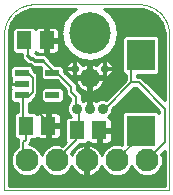
<source format=gtl>
G75*
%MOIN*%
%OFA0B0*%
%FSLAX25Y25*%
%IPPOS*%
%LPD*%
%AMOC8*
5,1,8,0,0,1.08239X$1,22.5*
%
%ADD10C,0.00000*%
%ADD11R,0.05118X0.05906*%
%ADD12R,0.04724X0.02165*%
%ADD13C,0.07600*%
%ADD14C,0.13843*%
%ADD15C,0.03543*%
%ADD16C,0.02756*%
%ADD17C,0.06614*%
%ADD18R,0.09449X0.10236*%
%ADD19C,0.00800*%
%ADD20C,0.01000*%
%ADD21C,0.00600*%
%ADD22C,0.01200*%
D10*
X0001802Y0001500D02*
X0056802Y0001500D01*
X0056802Y0053500D01*
X0056799Y0053742D01*
X0056790Y0053983D01*
X0056776Y0054224D01*
X0056755Y0054465D01*
X0056729Y0054705D01*
X0056697Y0054945D01*
X0056659Y0055184D01*
X0056616Y0055421D01*
X0056566Y0055658D01*
X0056511Y0055893D01*
X0056451Y0056127D01*
X0056384Y0056359D01*
X0056313Y0056590D01*
X0056235Y0056819D01*
X0056152Y0057046D01*
X0056064Y0057271D01*
X0055970Y0057494D01*
X0055871Y0057714D01*
X0055766Y0057932D01*
X0055657Y0058147D01*
X0055542Y0058360D01*
X0055422Y0058570D01*
X0055297Y0058776D01*
X0055167Y0058980D01*
X0055032Y0059181D01*
X0054892Y0059378D01*
X0054748Y0059572D01*
X0054599Y0059762D01*
X0054445Y0059948D01*
X0054287Y0060131D01*
X0054125Y0060310D01*
X0053958Y0060485D01*
X0053787Y0060656D01*
X0053612Y0060823D01*
X0053433Y0060985D01*
X0053250Y0061143D01*
X0053064Y0061297D01*
X0052874Y0061446D01*
X0052680Y0061590D01*
X0052483Y0061730D01*
X0052282Y0061865D01*
X0052078Y0061995D01*
X0051872Y0062120D01*
X0051662Y0062240D01*
X0051449Y0062355D01*
X0051234Y0062464D01*
X0051016Y0062569D01*
X0050796Y0062668D01*
X0050573Y0062762D01*
X0050348Y0062850D01*
X0050121Y0062933D01*
X0049892Y0063011D01*
X0049661Y0063082D01*
X0049429Y0063149D01*
X0049195Y0063209D01*
X0048960Y0063264D01*
X0048723Y0063314D01*
X0048486Y0063357D01*
X0048247Y0063395D01*
X0048007Y0063427D01*
X0047767Y0063453D01*
X0047526Y0063474D01*
X0047285Y0063488D01*
X0047044Y0063497D01*
X0046802Y0063500D01*
X0011802Y0063500D01*
X0011560Y0063497D01*
X0011319Y0063488D01*
X0011078Y0063474D01*
X0010837Y0063453D01*
X0010597Y0063427D01*
X0010357Y0063395D01*
X0010118Y0063357D01*
X0009881Y0063314D01*
X0009644Y0063264D01*
X0009409Y0063209D01*
X0009175Y0063149D01*
X0008943Y0063082D01*
X0008712Y0063011D01*
X0008483Y0062933D01*
X0008256Y0062850D01*
X0008031Y0062762D01*
X0007808Y0062668D01*
X0007588Y0062569D01*
X0007370Y0062464D01*
X0007155Y0062355D01*
X0006942Y0062240D01*
X0006732Y0062120D01*
X0006526Y0061995D01*
X0006322Y0061865D01*
X0006121Y0061730D01*
X0005924Y0061590D01*
X0005730Y0061446D01*
X0005540Y0061297D01*
X0005354Y0061143D01*
X0005171Y0060985D01*
X0004992Y0060823D01*
X0004817Y0060656D01*
X0004646Y0060485D01*
X0004479Y0060310D01*
X0004317Y0060131D01*
X0004159Y0059948D01*
X0004005Y0059762D01*
X0003856Y0059572D01*
X0003712Y0059378D01*
X0003572Y0059181D01*
X0003437Y0058980D01*
X0003307Y0058776D01*
X0003182Y0058570D01*
X0003062Y0058360D01*
X0002947Y0058147D01*
X0002838Y0057932D01*
X0002733Y0057714D01*
X0002634Y0057494D01*
X0002540Y0057271D01*
X0002452Y0057046D01*
X0002369Y0056819D01*
X0002291Y0056590D01*
X0002220Y0056359D01*
X0002153Y0056127D01*
X0002093Y0055893D01*
X0002038Y0055658D01*
X0001988Y0055421D01*
X0001945Y0055184D01*
X0001907Y0054945D01*
X0001875Y0054705D01*
X0001849Y0054465D01*
X0001828Y0054224D01*
X0001814Y0053983D01*
X0001805Y0053742D01*
X0001802Y0053500D01*
X0001802Y0001500D01*
X0028629Y0039000D02*
X0028631Y0039081D01*
X0028637Y0039163D01*
X0028647Y0039244D01*
X0028661Y0039324D01*
X0028678Y0039403D01*
X0028700Y0039482D01*
X0028725Y0039559D01*
X0028754Y0039636D01*
X0028787Y0039710D01*
X0028824Y0039783D01*
X0028863Y0039854D01*
X0028907Y0039923D01*
X0028953Y0039990D01*
X0029003Y0040054D01*
X0029056Y0040116D01*
X0029112Y0040176D01*
X0029170Y0040232D01*
X0029232Y0040286D01*
X0029296Y0040337D01*
X0029362Y0040384D01*
X0029430Y0040428D01*
X0029501Y0040469D01*
X0029573Y0040506D01*
X0029648Y0040540D01*
X0029723Y0040570D01*
X0029801Y0040596D01*
X0029879Y0040619D01*
X0029958Y0040637D01*
X0030038Y0040652D01*
X0030119Y0040663D01*
X0030200Y0040670D01*
X0030282Y0040673D01*
X0030363Y0040672D01*
X0030444Y0040667D01*
X0030525Y0040658D01*
X0030606Y0040645D01*
X0030686Y0040628D01*
X0030764Y0040608D01*
X0030842Y0040583D01*
X0030919Y0040555D01*
X0030994Y0040523D01*
X0031067Y0040488D01*
X0031138Y0040449D01*
X0031208Y0040406D01*
X0031275Y0040361D01*
X0031341Y0040312D01*
X0031403Y0040260D01*
X0031463Y0040204D01*
X0031520Y0040146D01*
X0031575Y0040086D01*
X0031626Y0040022D01*
X0031674Y0039957D01*
X0031719Y0039889D01*
X0031761Y0039819D01*
X0031799Y0039747D01*
X0031834Y0039673D01*
X0031865Y0039598D01*
X0031892Y0039521D01*
X0031915Y0039443D01*
X0031935Y0039364D01*
X0031951Y0039284D01*
X0031963Y0039203D01*
X0031971Y0039122D01*
X0031975Y0039041D01*
X0031975Y0038959D01*
X0031971Y0038878D01*
X0031963Y0038797D01*
X0031951Y0038716D01*
X0031935Y0038636D01*
X0031915Y0038557D01*
X0031892Y0038479D01*
X0031865Y0038402D01*
X0031834Y0038327D01*
X0031799Y0038253D01*
X0031761Y0038181D01*
X0031719Y0038111D01*
X0031674Y0038043D01*
X0031626Y0037978D01*
X0031575Y0037914D01*
X0031520Y0037854D01*
X0031463Y0037796D01*
X0031403Y0037740D01*
X0031341Y0037688D01*
X0031275Y0037639D01*
X0031208Y0037594D01*
X0031139Y0037551D01*
X0031067Y0037512D01*
X0030994Y0037477D01*
X0030919Y0037445D01*
X0030842Y0037417D01*
X0030764Y0037392D01*
X0030686Y0037372D01*
X0030606Y0037355D01*
X0030525Y0037342D01*
X0030444Y0037333D01*
X0030363Y0037328D01*
X0030282Y0037327D01*
X0030200Y0037330D01*
X0030119Y0037337D01*
X0030038Y0037348D01*
X0029958Y0037363D01*
X0029879Y0037381D01*
X0029801Y0037404D01*
X0029723Y0037430D01*
X0029648Y0037460D01*
X0029573Y0037494D01*
X0029501Y0037531D01*
X0029430Y0037572D01*
X0029362Y0037616D01*
X0029296Y0037663D01*
X0029232Y0037714D01*
X0029170Y0037768D01*
X0029112Y0037824D01*
X0029056Y0037884D01*
X0029003Y0037946D01*
X0028953Y0038010D01*
X0028907Y0038077D01*
X0028863Y0038146D01*
X0028824Y0038217D01*
X0028787Y0038290D01*
X0028754Y0038364D01*
X0028725Y0038441D01*
X0028700Y0038518D01*
X0028678Y0038597D01*
X0028661Y0038676D01*
X0028647Y0038756D01*
X0028637Y0038837D01*
X0028631Y0038919D01*
X0028629Y0039000D01*
D11*
X0016042Y0051500D03*
X0008562Y0051500D03*
X0009062Y0023000D03*
X0016542Y0023000D03*
X0026062Y0021500D03*
X0033542Y0021500D03*
D12*
X0017920Y0033260D03*
X0017920Y0040740D03*
X0007683Y0040740D03*
X0007683Y0037000D03*
X0007683Y0033260D03*
D13*
X0009302Y0011500D03*
X0019302Y0011500D03*
X0029302Y0011500D03*
X0039302Y0011500D03*
X0049302Y0011500D03*
D14*
X0030302Y0054000D03*
D15*
X0030302Y0028685D03*
X0025971Y0028685D03*
X0034633Y0028685D03*
D16*
X0035302Y0042110D03*
X0025302Y0042110D03*
D17*
X0030302Y0039000D03*
D18*
X0047302Y0046598D03*
X0047302Y0021402D03*
D19*
X0046602Y0020700D01*
X0046602Y0019100D01*
X0039402Y0011900D01*
X0039302Y0011500D01*
X0049302Y0011500D02*
X0049802Y0011900D01*
X0055402Y0017500D01*
X0055402Y0028700D01*
X0046602Y0037500D01*
X0044202Y0037500D01*
X0044202Y0043900D01*
X0046602Y0046300D01*
X0047302Y0046598D01*
X0044202Y0037500D02*
X0035402Y0028700D01*
X0034633Y0028685D01*
X0026602Y0027900D02*
X0026602Y0021500D01*
X0026062Y0021500D01*
X0025802Y0021500D01*
X0025802Y0018300D01*
X0019402Y0011900D01*
X0019302Y0011500D01*
X0009302Y0011500D02*
X0009002Y0011900D01*
X0008202Y0012700D01*
X0008202Y0017500D01*
X0009002Y0018300D01*
X0009002Y0022300D01*
X0009062Y0023000D01*
X0009002Y0023100D01*
X0008202Y0023900D01*
X0008202Y0032700D01*
X0007683Y0033260D01*
X0008202Y0032700D02*
X0009802Y0032700D01*
X0011402Y0034300D01*
X0011402Y0039100D01*
X0009802Y0040700D01*
X0008202Y0040700D01*
X0007683Y0040740D01*
X0009802Y0046300D02*
X0009802Y0050300D01*
X0009002Y0051100D01*
X0008562Y0051500D01*
X0014602Y0044700D02*
X0017802Y0041500D01*
X0017920Y0040740D01*
X0018602Y0040700D01*
X0019402Y0040700D01*
X0024202Y0035900D01*
X0024202Y0034300D01*
X0025802Y0032700D01*
X0025802Y0028700D01*
X0025971Y0028685D01*
X0026602Y0027900D01*
D20*
X0024077Y0025953D02*
X0022881Y0025953D01*
X0022003Y0025074D01*
X0022003Y0017926D01*
X0022372Y0017557D01*
X0021246Y0016431D01*
X0020356Y0016800D01*
X0018248Y0016800D01*
X0016300Y0015993D01*
X0014809Y0014502D01*
X0014302Y0013278D01*
X0013795Y0014502D01*
X0012304Y0015993D01*
X0010356Y0016800D01*
X0010189Y0016800D01*
X0010902Y0017513D01*
X0010902Y0018547D01*
X0012242Y0018547D01*
X0012802Y0019107D01*
X0013062Y0018847D01*
X0013404Y0018649D01*
X0013786Y0018547D01*
X0016042Y0018547D01*
X0016042Y0022500D01*
X0017042Y0022500D01*
X0017042Y0018547D01*
X0019299Y0018547D01*
X0019680Y0018649D01*
X0020022Y0018847D01*
X0020301Y0019126D01*
X0020499Y0019468D01*
X0020601Y0019850D01*
X0020601Y0022500D01*
X0017042Y0022500D01*
X0017042Y0023500D01*
X0016042Y0023500D01*
X0016042Y0027453D01*
X0013786Y0027453D01*
X0013404Y0027351D01*
X0013062Y0027153D01*
X0012802Y0026893D01*
X0012242Y0027453D01*
X0010102Y0027453D01*
X0010102Y0030677D01*
X0010667Y0030677D01*
X0011546Y0031556D01*
X0011546Y0031757D01*
X0011702Y0031913D01*
X0013302Y0033513D01*
X0013302Y0039887D01*
X0012189Y0041000D01*
X0011546Y0041643D01*
X0011546Y0042444D01*
X0011390Y0042600D01*
X0014015Y0042600D01*
X0014115Y0042500D01*
X0014058Y0042444D01*
X0014058Y0039036D01*
X0014937Y0038157D01*
X0019258Y0038157D01*
X0022302Y0035113D01*
X0022302Y0033513D01*
X0023902Y0031913D01*
X0023902Y0031243D01*
X0023198Y0030538D01*
X0022700Y0029336D01*
X0022700Y0028034D01*
X0023198Y0026832D01*
X0024077Y0025953D01*
X0023567Y0026463D02*
X0020517Y0026463D01*
X0020499Y0026532D02*
X0020301Y0026874D01*
X0020022Y0027153D01*
X0019680Y0027351D01*
X0019299Y0027453D01*
X0017042Y0027453D01*
X0017042Y0023500D01*
X0020601Y0023500D01*
X0020601Y0026150D01*
X0020499Y0026532D01*
X0020601Y0025464D02*
X0022393Y0025464D01*
X0022003Y0024466D02*
X0020601Y0024466D01*
X0022003Y0023467D02*
X0017042Y0023467D01*
X0017042Y0022469D02*
X0016042Y0022469D01*
X0016042Y0021470D02*
X0017042Y0021470D01*
X0017042Y0020472D02*
X0016042Y0020472D01*
X0016042Y0019473D02*
X0017042Y0019473D01*
X0017470Y0016478D02*
X0011134Y0016478D01*
X0010865Y0017476D02*
X0022291Y0017476D01*
X0022003Y0018475D02*
X0010902Y0018475D01*
X0012818Y0015479D02*
X0015786Y0015479D01*
X0014800Y0014481D02*
X0013804Y0014481D01*
X0014218Y0013482D02*
X0014386Y0013482D01*
X0014302Y0009722D02*
X0014809Y0008498D01*
X0016300Y0007007D01*
X0018248Y0006200D01*
X0020356Y0006200D01*
X0022304Y0007007D01*
X0023795Y0008498D01*
X0024305Y0009728D01*
X0024390Y0009466D01*
X0024769Y0008722D01*
X0025259Y0008047D01*
X0025849Y0007457D01*
X0026524Y0006967D01*
X0027267Y0006588D01*
X0028061Y0006330D01*
X0028818Y0006211D01*
X0028818Y0011016D01*
X0029786Y0011016D01*
X0029786Y0006211D01*
X0030543Y0006330D01*
X0031336Y0006588D01*
X0032080Y0006967D01*
X0032755Y0007457D01*
X0033345Y0008047D01*
X0033835Y0008722D01*
X0034214Y0009466D01*
X0034299Y0009728D01*
X0034809Y0008498D01*
X0036300Y0007007D01*
X0038248Y0006200D01*
X0040356Y0006200D01*
X0042304Y0007007D01*
X0043795Y0008498D01*
X0044302Y0009722D01*
X0044809Y0008498D01*
X0046300Y0007007D01*
X0048248Y0006200D01*
X0050356Y0006200D01*
X0052304Y0007007D01*
X0053795Y0008498D01*
X0054602Y0010446D01*
X0054602Y0012554D01*
X0054175Y0013586D01*
X0055302Y0014713D01*
X0055302Y0003000D01*
X0003302Y0003000D01*
X0003302Y0053500D01*
X0003407Y0054830D01*
X0004228Y0057359D01*
X0005792Y0059510D01*
X0007943Y0061074D01*
X0010472Y0061895D01*
X0011802Y0062000D01*
X0025615Y0062000D01*
X0023629Y0060673D01*
X0021583Y0057611D01*
X0020865Y0054000D01*
X0021583Y0050389D01*
X0023629Y0047327D01*
X0026691Y0045281D01*
X0030302Y0044563D01*
X0033913Y0045281D01*
X0036975Y0047327D01*
X0039021Y0050389D01*
X0039739Y0054000D01*
X0039021Y0057611D01*
X0036975Y0060673D01*
X0034989Y0062000D01*
X0046802Y0062000D01*
X0048132Y0061895D01*
X0050661Y0061074D01*
X0052812Y0059510D01*
X0054376Y0057359D01*
X0055197Y0054830D01*
X0055302Y0053500D01*
X0055302Y0031487D01*
X0048502Y0038287D01*
X0047389Y0039400D01*
X0046102Y0039400D01*
X0046102Y0039980D01*
X0052648Y0039980D01*
X0053526Y0040859D01*
X0053526Y0052338D01*
X0052648Y0053217D01*
X0041956Y0053217D01*
X0041078Y0052338D01*
X0041078Y0040859D01*
X0041956Y0039980D01*
X0042302Y0039980D01*
X0042302Y0038287D01*
X0035770Y0031755D01*
X0035283Y0031957D01*
X0033982Y0031957D01*
X0032779Y0031459D01*
X0032467Y0031146D01*
X0032388Y0031226D01*
X0031852Y0031584D01*
X0031256Y0031831D01*
X0030688Y0031944D01*
X0030688Y0029071D01*
X0029916Y0029071D01*
X0029916Y0031944D01*
X0029348Y0031831D01*
X0028752Y0031584D01*
X0028216Y0031226D01*
X0028137Y0031146D01*
X0027825Y0031459D01*
X0027702Y0031509D01*
X0027702Y0033487D01*
X0026102Y0035087D01*
X0026102Y0036654D01*
X0026191Y0036481D01*
X0026635Y0035868D01*
X0027170Y0035333D01*
X0027783Y0034889D01*
X0028457Y0034545D01*
X0029176Y0034311D01*
X0029802Y0034212D01*
X0029802Y0035827D01*
X0030802Y0035827D01*
X0030802Y0034212D01*
X0031428Y0034311D01*
X0032147Y0034545D01*
X0032821Y0034889D01*
X0033434Y0035333D01*
X0033969Y0035868D01*
X0034413Y0036481D01*
X0034757Y0037155D01*
X0034991Y0037874D01*
X0035090Y0038500D01*
X0033475Y0038500D01*
X0033475Y0039500D01*
X0034083Y0039500D01*
X0034463Y0039343D01*
X0035019Y0039232D01*
X0035113Y0039232D01*
X0035113Y0041921D01*
X0035491Y0041921D01*
X0035491Y0039232D01*
X0035585Y0039232D01*
X0036141Y0039343D01*
X0036665Y0039560D01*
X0037137Y0039875D01*
X0037537Y0040276D01*
X0037852Y0040747D01*
X0038069Y0041271D01*
X0038180Y0041827D01*
X0038180Y0041921D01*
X0035491Y0041921D01*
X0035491Y0042299D01*
X0038180Y0042299D01*
X0038180Y0042394D01*
X0038069Y0042950D01*
X0037852Y0043473D01*
X0037537Y0043945D01*
X0037137Y0044346D01*
X0036665Y0044661D01*
X0036141Y0044878D01*
X0035585Y0044988D01*
X0035491Y0044988D01*
X0035491Y0042299D01*
X0035113Y0042299D01*
X0035113Y0044988D01*
X0035019Y0044988D01*
X0034463Y0044878D01*
X0033939Y0044661D01*
X0033467Y0044346D01*
X0033067Y0043945D01*
X0032752Y0043473D01*
X0032640Y0043204D01*
X0032147Y0043455D01*
X0031428Y0043689D01*
X0030802Y0043788D01*
X0030802Y0042173D01*
X0029802Y0042173D01*
X0029802Y0043788D01*
X0029176Y0043689D01*
X0028457Y0043455D01*
X0027964Y0043204D01*
X0027852Y0043473D01*
X0027537Y0043945D01*
X0027137Y0044346D01*
X0026665Y0044661D01*
X0026141Y0044878D01*
X0025585Y0044988D01*
X0025491Y0044988D01*
X0025491Y0042299D01*
X0025113Y0042299D01*
X0025113Y0041921D01*
X0025491Y0041921D01*
X0025491Y0039232D01*
X0025585Y0039232D01*
X0026141Y0039343D01*
X0026521Y0039500D01*
X0027129Y0039500D01*
X0027129Y0038500D01*
X0025514Y0038500D01*
X0025613Y0037874D01*
X0025847Y0037155D01*
X0026068Y0036721D01*
X0024989Y0037800D01*
X0021783Y0041006D01*
X0021783Y0042444D01*
X0020904Y0043323D01*
X0018666Y0043323D01*
X0016702Y0045287D01*
X0016702Y0045570D01*
X0015472Y0046800D01*
X0012847Y0046800D01*
X0012324Y0047323D01*
X0012018Y0047323D01*
X0012302Y0047607D01*
X0012562Y0047347D01*
X0012904Y0047149D01*
X0013286Y0047047D01*
X0015542Y0047047D01*
X0015542Y0051000D01*
X0016542Y0051000D01*
X0016542Y0047047D01*
X0018799Y0047047D01*
X0019180Y0047149D01*
X0019522Y0047347D01*
X0019801Y0047626D01*
X0019999Y0047968D01*
X0020101Y0048350D01*
X0020101Y0051000D01*
X0016542Y0051000D01*
X0016542Y0052000D01*
X0015542Y0052000D01*
X0015542Y0055953D01*
X0013286Y0055953D01*
X0012904Y0055851D01*
X0012562Y0055653D01*
X0012302Y0055393D01*
X0011742Y0055953D01*
X0005381Y0055953D01*
X0004503Y0055074D01*
X0004503Y0047926D01*
X0005381Y0047047D01*
X0007702Y0047047D01*
X0007702Y0045430D01*
X0009809Y0043323D01*
X0004700Y0043323D01*
X0003821Y0042444D01*
X0003821Y0039036D01*
X0004023Y0038834D01*
X0003924Y0038662D01*
X0003821Y0038280D01*
X0003821Y0037041D01*
X0007642Y0037041D01*
X0007642Y0036959D01*
X0003821Y0036959D01*
X0003821Y0035720D01*
X0003924Y0035338D01*
X0004023Y0035166D01*
X0003821Y0034964D01*
X0003821Y0031556D01*
X0004700Y0030677D01*
X0006302Y0030677D01*
X0006302Y0027453D01*
X0005881Y0027453D01*
X0005003Y0026574D01*
X0005003Y0019426D01*
X0005881Y0018547D01*
X0006562Y0018547D01*
X0006302Y0018287D01*
X0006302Y0015994D01*
X0006300Y0015993D01*
X0004809Y0014502D01*
X0004002Y0012554D01*
X0004002Y0010446D01*
X0004809Y0008498D01*
X0006300Y0007007D01*
X0008248Y0006200D01*
X0010356Y0006200D01*
X0012304Y0007007D01*
X0013795Y0008498D01*
X0014302Y0009722D01*
X0014205Y0009488D02*
X0014399Y0009488D01*
X0014817Y0008490D02*
X0013787Y0008490D01*
X0012788Y0007491D02*
X0015816Y0007491D01*
X0017541Y0006493D02*
X0011063Y0006493D01*
X0007541Y0006493D02*
X0003302Y0006493D01*
X0003302Y0005494D02*
X0055302Y0005494D01*
X0055302Y0006493D02*
X0051063Y0006493D01*
X0052788Y0007491D02*
X0055302Y0007491D01*
X0055302Y0008490D02*
X0053787Y0008490D01*
X0054205Y0009488D02*
X0055302Y0009488D01*
X0055302Y0010487D02*
X0054602Y0010487D01*
X0054602Y0011485D02*
X0055302Y0011485D01*
X0055302Y0012484D02*
X0054602Y0012484D01*
X0054218Y0013482D02*
X0055302Y0013482D01*
X0055302Y0014481D02*
X0055070Y0014481D01*
X0047541Y0006493D02*
X0041063Y0006493D01*
X0042788Y0007491D02*
X0045816Y0007491D01*
X0044817Y0008490D02*
X0043787Y0008490D01*
X0044205Y0009488D02*
X0044399Y0009488D01*
X0041078Y0016501D02*
X0040356Y0016800D01*
X0038248Y0016800D01*
X0036300Y0015993D01*
X0034809Y0014502D01*
X0034299Y0013272D01*
X0034214Y0013534D01*
X0033835Y0014278D01*
X0033345Y0014953D01*
X0032755Y0015543D01*
X0032080Y0016033D01*
X0031336Y0016412D01*
X0030543Y0016669D01*
X0029786Y0016789D01*
X0029786Y0011984D01*
X0028818Y0011984D01*
X0028818Y0016789D01*
X0028061Y0016669D01*
X0027267Y0016412D01*
X0026524Y0016033D01*
X0025849Y0015543D01*
X0025259Y0014953D01*
X0024769Y0014278D01*
X0024390Y0013534D01*
X0024305Y0013272D01*
X0024058Y0013869D01*
X0027236Y0017047D01*
X0029242Y0017047D01*
X0029802Y0017607D01*
X0030062Y0017347D01*
X0030404Y0017149D01*
X0030786Y0017047D01*
X0033042Y0017047D01*
X0033042Y0021000D01*
X0034042Y0021000D01*
X0034042Y0017047D01*
X0036299Y0017047D01*
X0036680Y0017149D01*
X0037022Y0017347D01*
X0037301Y0017626D01*
X0037499Y0017968D01*
X0037601Y0018350D01*
X0037601Y0021000D01*
X0034042Y0021000D01*
X0034042Y0022000D01*
X0037601Y0022000D01*
X0037601Y0024650D01*
X0037499Y0025032D01*
X0037301Y0025374D01*
X0037022Y0025653D01*
X0036680Y0025851D01*
X0036473Y0025906D01*
X0036486Y0025911D01*
X0037406Y0026832D01*
X0037904Y0028034D01*
X0037904Y0028515D01*
X0044989Y0035600D01*
X0045815Y0035600D01*
X0053502Y0027913D01*
X0053502Y0027165D01*
X0052648Y0028020D01*
X0041956Y0028020D01*
X0041078Y0027141D01*
X0041078Y0016501D01*
X0041078Y0017476D02*
X0037151Y0017476D01*
X0037470Y0016478D02*
X0031133Y0016478D01*
X0029786Y0016478D02*
X0028818Y0016478D01*
X0029671Y0017476D02*
X0029933Y0017476D01*
X0029786Y0015479D02*
X0028818Y0015479D01*
X0028818Y0014481D02*
X0029786Y0014481D01*
X0029786Y0013482D02*
X0028818Y0013482D01*
X0028818Y0012484D02*
X0029786Y0012484D01*
X0029786Y0010487D02*
X0028818Y0010487D01*
X0028818Y0009488D02*
X0029786Y0009488D01*
X0029786Y0008490D02*
X0028818Y0008490D01*
X0028818Y0007491D02*
X0029786Y0007491D01*
X0029786Y0006493D02*
X0028818Y0006493D01*
X0027562Y0006493D02*
X0021063Y0006493D01*
X0022788Y0007491D02*
X0025816Y0007491D01*
X0024938Y0008490D02*
X0023787Y0008490D01*
X0024205Y0009488D02*
X0024383Y0009488D01*
X0024373Y0013482D02*
X0024218Y0013482D01*
X0024670Y0014481D02*
X0024916Y0014481D01*
X0025668Y0015479D02*
X0025786Y0015479D01*
X0026667Y0016478D02*
X0027471Y0016478D01*
X0032818Y0015479D02*
X0035786Y0015479D01*
X0034800Y0014481D02*
X0033688Y0014481D01*
X0034231Y0013482D02*
X0034386Y0013482D01*
X0034399Y0009488D02*
X0034221Y0009488D01*
X0033666Y0008490D02*
X0034817Y0008490D01*
X0035816Y0007491D02*
X0032788Y0007491D01*
X0031042Y0006493D02*
X0037541Y0006493D01*
X0034042Y0017476D02*
X0033042Y0017476D01*
X0033042Y0018475D02*
X0034042Y0018475D01*
X0034042Y0019473D02*
X0033042Y0019473D01*
X0033042Y0020472D02*
X0034042Y0020472D01*
X0034042Y0021470D02*
X0041078Y0021470D01*
X0041078Y0020472D02*
X0037601Y0020472D01*
X0037601Y0019473D02*
X0041078Y0019473D01*
X0041078Y0018475D02*
X0037601Y0018475D01*
X0037601Y0022469D02*
X0041078Y0022469D01*
X0041078Y0023467D02*
X0037601Y0023467D01*
X0037601Y0024466D02*
X0041078Y0024466D01*
X0041078Y0025464D02*
X0037211Y0025464D01*
X0037037Y0026463D02*
X0041078Y0026463D01*
X0041398Y0027461D02*
X0037667Y0027461D01*
X0037904Y0028460D02*
X0052955Y0028460D01*
X0051957Y0029458D02*
X0038847Y0029458D01*
X0039846Y0030457D02*
X0050958Y0030457D01*
X0049960Y0031455D02*
X0040844Y0031455D01*
X0041843Y0032454D02*
X0048961Y0032454D01*
X0047963Y0033452D02*
X0042841Y0033452D01*
X0043840Y0034451D02*
X0046964Y0034451D01*
X0045966Y0035449D02*
X0044838Y0035449D01*
X0042302Y0038445D02*
X0035081Y0038445D01*
X0034852Y0037446D02*
X0041461Y0037446D01*
X0040463Y0036448D02*
X0034390Y0036448D01*
X0033550Y0035449D02*
X0039464Y0035449D01*
X0038466Y0034451D02*
X0031857Y0034451D01*
X0030802Y0034451D02*
X0029802Y0034451D01*
X0029802Y0035449D02*
X0030802Y0035449D01*
X0028747Y0034451D02*
X0026738Y0034451D01*
X0027054Y0035449D02*
X0026102Y0035449D01*
X0026102Y0036448D02*
X0026214Y0036448D01*
X0025752Y0037446D02*
X0025343Y0037446D01*
X0025523Y0038445D02*
X0024344Y0038445D01*
X0024463Y0039343D02*
X0025019Y0039232D01*
X0025113Y0039232D01*
X0025113Y0041921D01*
X0022424Y0041921D01*
X0022424Y0041827D01*
X0022535Y0041271D01*
X0022752Y0040747D01*
X0023067Y0040276D01*
X0023467Y0039875D01*
X0023939Y0039560D01*
X0024463Y0039343D01*
X0024220Y0039443D02*
X0023346Y0039443D01*
X0022955Y0040442D02*
X0022347Y0040442D01*
X0022501Y0041440D02*
X0021783Y0041440D01*
X0021783Y0042439D02*
X0022433Y0042439D01*
X0022424Y0042394D02*
X0022424Y0042299D01*
X0025113Y0042299D01*
X0025113Y0044988D01*
X0025019Y0044988D01*
X0024463Y0044878D01*
X0023939Y0044661D01*
X0023467Y0044346D01*
X0023067Y0043945D01*
X0022752Y0043473D01*
X0022535Y0042950D01*
X0022424Y0042394D01*
X0022737Y0043437D02*
X0018552Y0043437D01*
X0017553Y0044436D02*
X0023603Y0044436D01*
X0025113Y0044436D02*
X0025491Y0044436D01*
X0025491Y0043437D02*
X0025113Y0043437D01*
X0025113Y0042439D02*
X0025491Y0042439D01*
X0025491Y0041440D02*
X0025113Y0041440D01*
X0025113Y0040442D02*
X0025491Y0040442D01*
X0025491Y0039443D02*
X0025113Y0039443D01*
X0026384Y0039443D02*
X0027129Y0039443D01*
X0029802Y0042439D02*
X0030802Y0042439D01*
X0030802Y0043437D02*
X0029802Y0043437D01*
X0028423Y0043437D02*
X0027867Y0043437D01*
X0027001Y0044436D02*
X0033603Y0044436D01*
X0032737Y0043437D02*
X0032181Y0043437D01*
X0034143Y0045434D02*
X0041078Y0045434D01*
X0041078Y0046433D02*
X0035637Y0046433D01*
X0037045Y0047432D02*
X0041078Y0047432D01*
X0041078Y0048430D02*
X0037712Y0048430D01*
X0038379Y0049429D02*
X0041078Y0049429D01*
X0041078Y0050427D02*
X0039028Y0050427D01*
X0039227Y0051426D02*
X0041078Y0051426D01*
X0041164Y0052424D02*
X0039426Y0052424D01*
X0039624Y0053423D02*
X0055302Y0053423D01*
X0055229Y0054421D02*
X0039655Y0054421D01*
X0039457Y0055420D02*
X0055006Y0055420D01*
X0054681Y0056418D02*
X0039258Y0056418D01*
X0039059Y0057417D02*
X0054334Y0057417D01*
X0053608Y0058415D02*
X0038484Y0058415D01*
X0037816Y0059414D02*
X0052883Y0059414D01*
X0051571Y0060412D02*
X0037149Y0060412D01*
X0035871Y0061411D02*
X0049623Y0061411D01*
X0053440Y0052424D02*
X0055302Y0052424D01*
X0055302Y0051426D02*
X0053526Y0051426D01*
X0053526Y0050427D02*
X0055302Y0050427D01*
X0055302Y0049429D02*
X0053526Y0049429D01*
X0053526Y0048430D02*
X0055302Y0048430D01*
X0055302Y0047432D02*
X0053526Y0047432D01*
X0053526Y0046433D02*
X0055302Y0046433D01*
X0055302Y0045434D02*
X0053526Y0045434D01*
X0053526Y0044436D02*
X0055302Y0044436D01*
X0055302Y0043437D02*
X0053526Y0043437D01*
X0053526Y0042439D02*
X0055302Y0042439D01*
X0055302Y0041440D02*
X0053526Y0041440D01*
X0053109Y0040442D02*
X0055302Y0040442D01*
X0055302Y0039443D02*
X0046102Y0039443D01*
X0048344Y0038445D02*
X0055302Y0038445D01*
X0055302Y0037446D02*
X0049343Y0037446D01*
X0050341Y0036448D02*
X0055302Y0036448D01*
X0055302Y0035449D02*
X0051340Y0035449D01*
X0052338Y0034451D02*
X0055302Y0034451D01*
X0055302Y0033452D02*
X0053337Y0033452D01*
X0054335Y0032454D02*
X0055302Y0032454D01*
X0053502Y0027461D02*
X0053206Y0027461D01*
X0042302Y0039443D02*
X0036384Y0039443D01*
X0035491Y0039443D02*
X0035113Y0039443D01*
X0035113Y0040442D02*
X0035491Y0040442D01*
X0035491Y0041440D02*
X0035113Y0041440D01*
X0035113Y0042439D02*
X0035491Y0042439D01*
X0035491Y0043437D02*
X0035113Y0043437D01*
X0035113Y0044436D02*
X0035491Y0044436D01*
X0037001Y0044436D02*
X0041078Y0044436D01*
X0041078Y0043437D02*
X0037867Y0043437D01*
X0038171Y0042439D02*
X0041078Y0042439D01*
X0041078Y0041440D02*
X0038103Y0041440D01*
X0037649Y0040442D02*
X0041495Y0040442D01*
X0037467Y0033452D02*
X0027702Y0033452D01*
X0027702Y0032454D02*
X0036469Y0032454D01*
X0032776Y0031455D02*
X0032045Y0031455D01*
X0030688Y0031455D02*
X0029916Y0031455D01*
X0029916Y0030457D02*
X0030688Y0030457D01*
X0030688Y0029458D02*
X0029916Y0029458D01*
X0028559Y0031455D02*
X0027828Y0031455D01*
X0023902Y0031455D02*
X0021682Y0031455D01*
X0021783Y0031556D02*
X0021783Y0034964D01*
X0020904Y0035843D01*
X0014937Y0035843D01*
X0014058Y0034964D01*
X0014058Y0031556D01*
X0014937Y0030677D01*
X0020904Y0030677D01*
X0021783Y0031556D01*
X0021783Y0032454D02*
X0023361Y0032454D01*
X0022363Y0033452D02*
X0021783Y0033452D01*
X0021783Y0034451D02*
X0022302Y0034451D01*
X0021966Y0035449D02*
X0021297Y0035449D01*
X0020967Y0036448D02*
X0013302Y0036448D01*
X0013302Y0035449D02*
X0014544Y0035449D01*
X0014058Y0034451D02*
X0013302Y0034451D01*
X0013241Y0033452D02*
X0014058Y0033452D01*
X0014058Y0032454D02*
X0012243Y0032454D01*
X0011445Y0031455D02*
X0014159Y0031455D01*
X0010102Y0030457D02*
X0023164Y0030457D01*
X0022750Y0029458D02*
X0010102Y0029458D01*
X0010102Y0028460D02*
X0022700Y0028460D01*
X0022937Y0027461D02*
X0010102Y0027461D01*
X0006302Y0027461D02*
X0003302Y0027461D01*
X0003302Y0026463D02*
X0005003Y0026463D01*
X0005003Y0025464D02*
X0003302Y0025464D01*
X0003302Y0024466D02*
X0005003Y0024466D01*
X0005003Y0023467D02*
X0003302Y0023467D01*
X0003302Y0022469D02*
X0005003Y0022469D01*
X0005003Y0021470D02*
X0003302Y0021470D01*
X0003302Y0020472D02*
X0005003Y0020472D01*
X0005003Y0019473D02*
X0003302Y0019473D01*
X0003302Y0018475D02*
X0006490Y0018475D01*
X0006302Y0017476D02*
X0003302Y0017476D01*
X0003302Y0016478D02*
X0006302Y0016478D01*
X0005786Y0015479D02*
X0003302Y0015479D01*
X0003302Y0014481D02*
X0004800Y0014481D01*
X0004386Y0013482D02*
X0003302Y0013482D01*
X0003302Y0012484D02*
X0004002Y0012484D01*
X0004002Y0011485D02*
X0003302Y0011485D01*
X0003302Y0010487D02*
X0004002Y0010487D01*
X0004399Y0009488D02*
X0003302Y0009488D01*
X0003302Y0008490D02*
X0004817Y0008490D01*
X0005816Y0007491D02*
X0003302Y0007491D01*
X0003302Y0004496D02*
X0055302Y0004496D01*
X0055302Y0003497D02*
X0003302Y0003497D01*
X0020500Y0019473D02*
X0022003Y0019473D01*
X0022003Y0020472D02*
X0020601Y0020472D01*
X0020601Y0021470D02*
X0022003Y0021470D01*
X0022003Y0022469D02*
X0020601Y0022469D01*
X0017042Y0024466D02*
X0016042Y0024466D01*
X0016042Y0025464D02*
X0017042Y0025464D01*
X0017042Y0026463D02*
X0016042Y0026463D01*
X0021134Y0016478D02*
X0021293Y0016478D01*
X0006302Y0028460D02*
X0003302Y0028460D01*
X0003302Y0029458D02*
X0006302Y0029458D01*
X0006302Y0030457D02*
X0003302Y0030457D01*
X0003302Y0031455D02*
X0003922Y0031455D01*
X0003821Y0032454D02*
X0003302Y0032454D01*
X0003302Y0033452D02*
X0003821Y0033452D01*
X0003821Y0034451D02*
X0003302Y0034451D01*
X0003302Y0035449D02*
X0003894Y0035449D01*
X0003821Y0036448D02*
X0003302Y0036448D01*
X0003302Y0037446D02*
X0003821Y0037446D01*
X0003865Y0038445D02*
X0003302Y0038445D01*
X0003302Y0039443D02*
X0003821Y0039443D01*
X0003821Y0040442D02*
X0003302Y0040442D01*
X0003302Y0041440D02*
X0003821Y0041440D01*
X0003821Y0042439D02*
X0003302Y0042439D01*
X0003302Y0043437D02*
X0009695Y0043437D01*
X0008696Y0044436D02*
X0003302Y0044436D01*
X0003302Y0045434D02*
X0007702Y0045434D01*
X0007702Y0046433D02*
X0003302Y0046433D01*
X0003302Y0047432D02*
X0004997Y0047432D01*
X0004503Y0048430D02*
X0003302Y0048430D01*
X0003302Y0049429D02*
X0004503Y0049429D01*
X0004503Y0050427D02*
X0003302Y0050427D01*
X0003302Y0051426D02*
X0004503Y0051426D01*
X0004503Y0052424D02*
X0003302Y0052424D01*
X0003302Y0053423D02*
X0004503Y0053423D01*
X0004503Y0054421D02*
X0003374Y0054421D01*
X0003598Y0055420D02*
X0004848Y0055420D01*
X0003923Y0056418D02*
X0021346Y0056418D01*
X0021147Y0055420D02*
X0019756Y0055420D01*
X0019801Y0055374D02*
X0019522Y0055653D01*
X0019180Y0055851D01*
X0018799Y0055953D01*
X0016542Y0055953D01*
X0016542Y0052000D01*
X0020101Y0052000D01*
X0020101Y0054650D01*
X0019999Y0055032D01*
X0019801Y0055374D01*
X0020101Y0054421D02*
X0020949Y0054421D01*
X0020980Y0053423D02*
X0020101Y0053423D01*
X0020101Y0052424D02*
X0021178Y0052424D01*
X0021377Y0051426D02*
X0016542Y0051426D01*
X0016542Y0052424D02*
X0015542Y0052424D01*
X0015542Y0053423D02*
X0016542Y0053423D01*
X0016542Y0054421D02*
X0015542Y0054421D01*
X0015542Y0055420D02*
X0016542Y0055420D01*
X0012329Y0055420D02*
X0012275Y0055420D01*
X0015542Y0050427D02*
X0016542Y0050427D01*
X0016542Y0049429D02*
X0015542Y0049429D01*
X0015542Y0048430D02*
X0016542Y0048430D01*
X0016542Y0047432D02*
X0015542Y0047432D01*
X0015839Y0046433D02*
X0024967Y0046433D01*
X0023559Y0047432D02*
X0019607Y0047432D01*
X0020101Y0048430D02*
X0022892Y0048430D01*
X0022225Y0049429D02*
X0020101Y0049429D01*
X0020101Y0050427D02*
X0021576Y0050427D01*
X0016702Y0045434D02*
X0026461Y0045434D01*
X0033475Y0039443D02*
X0034220Y0039443D01*
X0019969Y0037446D02*
X0013302Y0037446D01*
X0013302Y0038445D02*
X0014650Y0038445D01*
X0014058Y0039443D02*
X0013302Y0039443D01*
X0012747Y0040442D02*
X0014058Y0040442D01*
X0014058Y0041440D02*
X0011749Y0041440D01*
X0011546Y0042439D02*
X0014058Y0042439D01*
X0012477Y0047432D02*
X0012126Y0047432D01*
X0004270Y0057417D02*
X0021545Y0057417D01*
X0022120Y0058415D02*
X0004996Y0058415D01*
X0005721Y0059414D02*
X0022788Y0059414D01*
X0023455Y0060412D02*
X0007033Y0060412D01*
X0008981Y0061411D02*
X0024733Y0061411D01*
D21*
X0004866Y0043423D02*
X0004221Y0042278D01*
X0004221Y0039202D01*
X0004302Y0039121D01*
X0004302Y0036500D01*
X0007183Y0036500D01*
X0007683Y0037000D01*
X0012902Y0027900D02*
X0016542Y0024260D01*
X0016542Y0023000D01*
D22*
X0012902Y0027900D02*
X0012902Y0033254D01*
X0013202Y0033554D01*
X0013202Y0040646D01*
X0010626Y0043223D01*
X0005066Y0043223D01*
X0004866Y0043423D01*
X0009802Y0046300D02*
X0010879Y0045223D01*
X0011454Y0045223D01*
X0011977Y0044700D01*
X0014602Y0044700D01*
M02*

</source>
